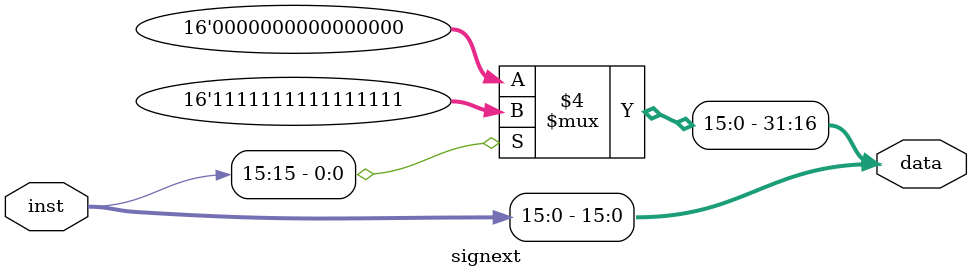
<source format=v>
`timescale 1ns / 1ps
module signext(
		input [15:0] inst,
		output reg [31:0] data
    );
	 
	 parameter reg[15:0] tmp = 65535;
	 always @(inst or data)
	 begin
		if(inst[15]==0)
			data = inst;
		else
			begin
			data[31:16] <= tmp[15:0];
			data[15:0] <= inst[15:0];
			end
	 end
endmodule

</source>
